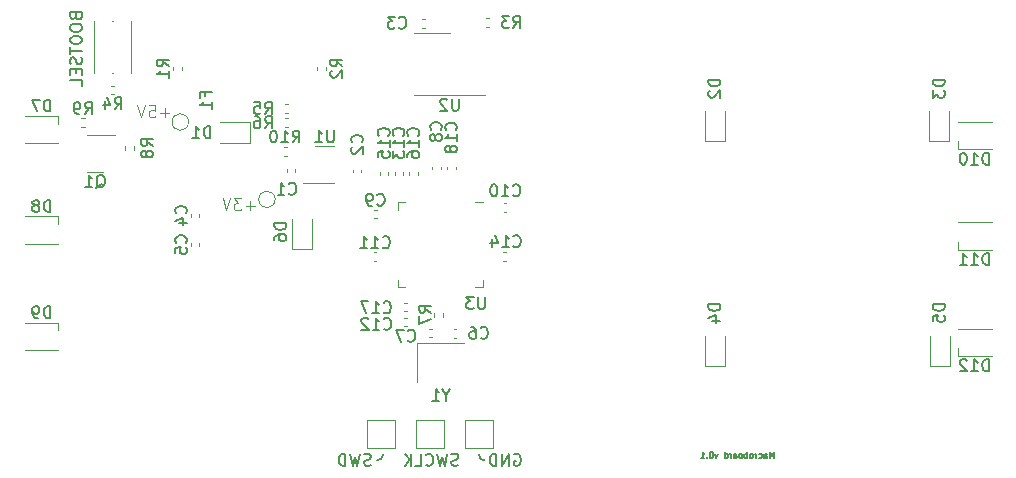
<source format=gbr>
%TF.GenerationSoftware,KiCad,Pcbnew,(6.0.1-0)*%
%TF.CreationDate,2022-12-29T15:08:46-03:00*%
%TF.ProjectId,macro,6d616372-6f2e-46b6-9963-61645f706362,rev?*%
%TF.SameCoordinates,Original*%
%TF.FileFunction,Legend,Bot*%
%TF.FilePolarity,Positive*%
%FSLAX46Y46*%
G04 Gerber Fmt 4.6, Leading zero omitted, Abs format (unit mm)*
G04 Created by KiCad (PCBNEW (6.0.1-0)) date 2022-12-29 15:08:46*
%MOMM*%
%LPD*%
G01*
G04 APERTURE LIST*
%ADD10C,0.100000*%
%ADD11C,0.150000*%
%ADD12C,0.127000*%
%ADD13C,0.120000*%
G04 APERTURE END LIST*
D10*
X128025714Y-95441428D02*
X127263809Y-95441428D01*
X127644761Y-95822380D02*
X127644761Y-95060476D01*
X126882857Y-94822380D02*
X126263809Y-94822380D01*
X126597142Y-95203333D01*
X126454285Y-95203333D01*
X126359047Y-95250952D01*
X126311428Y-95298571D01*
X126263809Y-95393809D01*
X126263809Y-95631904D01*
X126311428Y-95727142D01*
X126359047Y-95774761D01*
X126454285Y-95822380D01*
X126740000Y-95822380D01*
X126835238Y-95774761D01*
X126882857Y-95727142D01*
X125978095Y-94822380D02*
X125644761Y-95822380D01*
X125311428Y-94822380D01*
X120815714Y-87571428D02*
X120053809Y-87571428D01*
X120434761Y-87952380D02*
X120434761Y-87190476D01*
X119101428Y-86952380D02*
X119577619Y-86952380D01*
X119625238Y-87428571D01*
X119577619Y-87380952D01*
X119482380Y-87333333D01*
X119244285Y-87333333D01*
X119149047Y-87380952D01*
X119101428Y-87428571D01*
X119053809Y-87523809D01*
X119053809Y-87761904D01*
X119101428Y-87857142D01*
X119149047Y-87904761D01*
X119244285Y-87952380D01*
X119482380Y-87952380D01*
X119577619Y-87904761D01*
X119625238Y-87857142D01*
X118768095Y-86952380D02*
X118434761Y-87952380D01*
X118101428Y-86952380D01*
D11*
X147000000Y-116500000D02*
G75*
G03*
X147500000Y-117000000I500001J1D01*
G01*
X138396447Y-117000000D02*
G75*
G03*
X138896447Y-116500000I-1J500001D01*
G01*
X112868571Y-79409523D02*
X112916190Y-79552380D01*
X112963809Y-79600000D01*
X113059047Y-79647619D01*
X113201904Y-79647619D01*
X113297142Y-79600000D01*
X113344761Y-79552380D01*
X113392380Y-79457142D01*
X113392380Y-79076190D01*
X112392380Y-79076190D01*
X112392380Y-79409523D01*
X112440000Y-79504761D01*
X112487619Y-79552380D01*
X112582857Y-79600000D01*
X112678095Y-79600000D01*
X112773333Y-79552380D01*
X112820952Y-79504761D01*
X112868571Y-79409523D01*
X112868571Y-79076190D01*
X112392380Y-80266666D02*
X112392380Y-80457142D01*
X112440000Y-80552380D01*
X112535238Y-80647619D01*
X112725714Y-80695238D01*
X113059047Y-80695238D01*
X113249523Y-80647619D01*
X113344761Y-80552380D01*
X113392380Y-80457142D01*
X113392380Y-80266666D01*
X113344761Y-80171428D01*
X113249523Y-80076190D01*
X113059047Y-80028571D01*
X112725714Y-80028571D01*
X112535238Y-80076190D01*
X112440000Y-80171428D01*
X112392380Y-80266666D01*
X112392380Y-81314285D02*
X112392380Y-81504761D01*
X112440000Y-81600000D01*
X112535238Y-81695238D01*
X112725714Y-81742857D01*
X113059047Y-81742857D01*
X113249523Y-81695238D01*
X113344761Y-81600000D01*
X113392380Y-81504761D01*
X113392380Y-81314285D01*
X113344761Y-81219047D01*
X113249523Y-81123809D01*
X113059047Y-81076190D01*
X112725714Y-81076190D01*
X112535238Y-81123809D01*
X112440000Y-81219047D01*
X112392380Y-81314285D01*
X112392380Y-82028571D02*
X112392380Y-82600000D01*
X113392380Y-82314285D02*
X112392380Y-82314285D01*
X113344761Y-82885714D02*
X113392380Y-83028571D01*
X113392380Y-83266666D01*
X113344761Y-83361904D01*
X113297142Y-83409523D01*
X113201904Y-83457142D01*
X113106666Y-83457142D01*
X113011428Y-83409523D01*
X112963809Y-83361904D01*
X112916190Y-83266666D01*
X112868571Y-83076190D01*
X112820952Y-82980952D01*
X112773333Y-82933333D01*
X112678095Y-82885714D01*
X112582857Y-82885714D01*
X112487619Y-82933333D01*
X112440000Y-82980952D01*
X112392380Y-83076190D01*
X112392380Y-83314285D01*
X112440000Y-83457142D01*
X112868571Y-83885714D02*
X112868571Y-84219047D01*
X113392380Y-84361904D02*
X113392380Y-83885714D01*
X112392380Y-83885714D01*
X112392380Y-84361904D01*
X113392380Y-85266666D02*
X113392380Y-84790476D01*
X112392380Y-84790476D01*
X150011904Y-116500000D02*
X150107142Y-116452380D01*
X150250000Y-116452380D01*
X150392857Y-116500000D01*
X150488095Y-116595238D01*
X150535714Y-116690476D01*
X150583333Y-116880952D01*
X150583333Y-117023809D01*
X150535714Y-117214285D01*
X150488095Y-117309523D01*
X150392857Y-117404761D01*
X150250000Y-117452380D01*
X150154761Y-117452380D01*
X150011904Y-117404761D01*
X149964285Y-117357142D01*
X149964285Y-117023809D01*
X150154761Y-117023809D01*
X149535714Y-117452380D02*
X149535714Y-116452380D01*
X148964285Y-117452380D01*
X148964285Y-116452380D01*
X148488095Y-117452380D02*
X148488095Y-116452380D01*
X148250000Y-116452380D01*
X148107142Y-116500000D01*
X148011904Y-116595238D01*
X147964285Y-116690476D01*
X147916666Y-116880952D01*
X147916666Y-117023809D01*
X147964285Y-117214285D01*
X148011904Y-117309523D01*
X148107142Y-117404761D01*
X148250000Y-117452380D01*
X148488095Y-117452380D01*
X145261904Y-117404761D02*
X145119047Y-117452380D01*
X144880952Y-117452380D01*
X144785714Y-117404761D01*
X144738095Y-117357142D01*
X144690476Y-117261904D01*
X144690476Y-117166666D01*
X144738095Y-117071428D01*
X144785714Y-117023809D01*
X144880952Y-116976190D01*
X145071428Y-116928571D01*
X145166666Y-116880952D01*
X145214285Y-116833333D01*
X145261904Y-116738095D01*
X145261904Y-116642857D01*
X145214285Y-116547619D01*
X145166666Y-116500000D01*
X145071428Y-116452380D01*
X144833333Y-116452380D01*
X144690476Y-116500000D01*
X144357142Y-116452380D02*
X144119047Y-117452380D01*
X143928571Y-116738095D01*
X143738095Y-117452380D01*
X143500000Y-116452380D01*
X142547619Y-117357142D02*
X142595238Y-117404761D01*
X142738095Y-117452380D01*
X142833333Y-117452380D01*
X142976190Y-117404761D01*
X143071428Y-117309523D01*
X143119047Y-117214285D01*
X143166666Y-117023809D01*
X143166666Y-116880952D01*
X143119047Y-116690476D01*
X143071428Y-116595238D01*
X142976190Y-116500000D01*
X142833333Y-116452380D01*
X142738095Y-116452380D01*
X142595238Y-116500000D01*
X142547619Y-116547619D01*
X141642857Y-117452380D02*
X142119047Y-117452380D01*
X142119047Y-116452380D01*
X141309523Y-117452380D02*
X141309523Y-116452380D01*
X140738095Y-117452380D02*
X141166666Y-116880952D01*
X140738095Y-116452380D02*
X141309523Y-117023809D01*
D12*
X171988472Y-116789841D02*
X171988472Y-116281841D01*
X171819139Y-116644698D01*
X171649805Y-116281841D01*
X171649805Y-116789841D01*
X171190186Y-116789841D02*
X171190186Y-116523746D01*
X171214377Y-116475365D01*
X171262758Y-116451174D01*
X171359520Y-116451174D01*
X171407901Y-116475365D01*
X171190186Y-116765651D02*
X171238567Y-116789841D01*
X171359520Y-116789841D01*
X171407901Y-116765651D01*
X171432091Y-116717270D01*
X171432091Y-116668889D01*
X171407901Y-116620508D01*
X171359520Y-116596317D01*
X171238567Y-116596317D01*
X171190186Y-116572127D01*
X170730567Y-116765651D02*
X170778948Y-116789841D01*
X170875710Y-116789841D01*
X170924091Y-116765651D01*
X170948282Y-116741460D01*
X170972472Y-116693079D01*
X170972472Y-116547936D01*
X170948282Y-116499555D01*
X170924091Y-116475365D01*
X170875710Y-116451174D01*
X170778948Y-116451174D01*
X170730567Y-116475365D01*
X170512853Y-116789841D02*
X170512853Y-116451174D01*
X170512853Y-116547936D02*
X170488662Y-116499555D01*
X170464472Y-116475365D01*
X170416091Y-116451174D01*
X170367710Y-116451174D01*
X170125805Y-116789841D02*
X170174186Y-116765651D01*
X170198377Y-116741460D01*
X170222567Y-116693079D01*
X170222567Y-116547936D01*
X170198377Y-116499555D01*
X170174186Y-116475365D01*
X170125805Y-116451174D01*
X170053234Y-116451174D01*
X170004853Y-116475365D01*
X169980662Y-116499555D01*
X169956472Y-116547936D01*
X169956472Y-116693079D01*
X169980662Y-116741460D01*
X170004853Y-116765651D01*
X170053234Y-116789841D01*
X170125805Y-116789841D01*
X169738758Y-116789841D02*
X169738758Y-116281841D01*
X169738758Y-116475365D02*
X169690377Y-116451174D01*
X169593615Y-116451174D01*
X169545234Y-116475365D01*
X169521043Y-116499555D01*
X169496853Y-116547936D01*
X169496853Y-116693079D01*
X169521043Y-116741460D01*
X169545234Y-116765651D01*
X169593615Y-116789841D01*
X169690377Y-116789841D01*
X169738758Y-116765651D01*
X169206567Y-116789841D02*
X169254948Y-116765651D01*
X169279139Y-116741460D01*
X169303329Y-116693079D01*
X169303329Y-116547936D01*
X169279139Y-116499555D01*
X169254948Y-116475365D01*
X169206567Y-116451174D01*
X169133996Y-116451174D01*
X169085615Y-116475365D01*
X169061424Y-116499555D01*
X169037234Y-116547936D01*
X169037234Y-116693079D01*
X169061424Y-116741460D01*
X169085615Y-116765651D01*
X169133996Y-116789841D01*
X169206567Y-116789841D01*
X168601805Y-116789841D02*
X168601805Y-116523746D01*
X168625996Y-116475365D01*
X168674377Y-116451174D01*
X168771139Y-116451174D01*
X168819520Y-116475365D01*
X168601805Y-116765651D02*
X168650186Y-116789841D01*
X168771139Y-116789841D01*
X168819520Y-116765651D01*
X168843710Y-116717270D01*
X168843710Y-116668889D01*
X168819520Y-116620508D01*
X168771139Y-116596317D01*
X168650186Y-116596317D01*
X168601805Y-116572127D01*
X168359901Y-116789841D02*
X168359901Y-116451174D01*
X168359901Y-116547936D02*
X168335710Y-116499555D01*
X168311520Y-116475365D01*
X168263139Y-116451174D01*
X168214758Y-116451174D01*
X167827710Y-116789841D02*
X167827710Y-116281841D01*
X167827710Y-116765651D02*
X167876091Y-116789841D01*
X167972853Y-116789841D01*
X168021234Y-116765651D01*
X168045424Y-116741460D01*
X168069615Y-116693079D01*
X168069615Y-116547936D01*
X168045424Y-116499555D01*
X168021234Y-116475365D01*
X167972853Y-116451174D01*
X167876091Y-116451174D01*
X167827710Y-116475365D01*
X167247139Y-116451174D02*
X167126186Y-116789841D01*
X167005234Y-116451174D01*
X166714948Y-116281841D02*
X166666567Y-116281841D01*
X166618186Y-116306032D01*
X166593996Y-116330222D01*
X166569805Y-116378603D01*
X166545615Y-116475365D01*
X166545615Y-116596317D01*
X166569805Y-116693079D01*
X166593996Y-116741460D01*
X166618186Y-116765651D01*
X166666567Y-116789841D01*
X166714948Y-116789841D01*
X166763329Y-116765651D01*
X166787520Y-116741460D01*
X166811710Y-116693079D01*
X166835901Y-116596317D01*
X166835901Y-116475365D01*
X166811710Y-116378603D01*
X166787520Y-116330222D01*
X166763329Y-116306032D01*
X166714948Y-116281841D01*
X166327901Y-116741460D02*
X166303710Y-116765651D01*
X166327901Y-116789841D01*
X166352091Y-116765651D01*
X166327901Y-116741460D01*
X166327901Y-116789841D01*
X165819901Y-116789841D02*
X166110186Y-116789841D01*
X165965043Y-116789841D02*
X165965043Y-116281841D01*
X166013424Y-116354412D01*
X166061805Y-116402793D01*
X166110186Y-116426984D01*
D11*
X137857142Y-117404761D02*
X137714285Y-117452380D01*
X137476190Y-117452380D01*
X137380952Y-117404761D01*
X137333333Y-117357142D01*
X137285714Y-117261904D01*
X137285714Y-117166666D01*
X137333333Y-117071428D01*
X137380952Y-117023809D01*
X137476190Y-116976190D01*
X137666666Y-116928571D01*
X137761904Y-116880952D01*
X137809523Y-116833333D01*
X137857142Y-116738095D01*
X137857142Y-116642857D01*
X137809523Y-116547619D01*
X137761904Y-116500000D01*
X137666666Y-116452380D01*
X137428571Y-116452380D01*
X137285714Y-116500000D01*
X136952380Y-116452380D02*
X136714285Y-117452380D01*
X136523809Y-116738095D01*
X136333333Y-117452380D01*
X136095238Y-116452380D01*
X135714285Y-117452380D02*
X135714285Y-116452380D01*
X135476190Y-116452380D01*
X135333333Y-116500000D01*
X135238095Y-116595238D01*
X135190476Y-116690476D01*
X135142857Y-116880952D01*
X135142857Y-117023809D01*
X135190476Y-117214285D01*
X135238095Y-117309523D01*
X135333333Y-117404761D01*
X135476190Y-117452380D01*
X135714285Y-117452380D01*
%TO.C,R9*%
X113666666Y-87672380D02*
X114000000Y-87196190D01*
X114238095Y-87672380D02*
X114238095Y-86672380D01*
X113857142Y-86672380D01*
X113761904Y-86720000D01*
X113714285Y-86767619D01*
X113666666Y-86862857D01*
X113666666Y-87005714D01*
X113714285Y-87100952D01*
X113761904Y-87148571D01*
X113857142Y-87196190D01*
X114238095Y-87196190D01*
X113190476Y-87672380D02*
X113000000Y-87672380D01*
X112904761Y-87624761D01*
X112857142Y-87577142D01*
X112761904Y-87434285D01*
X112714285Y-87243809D01*
X112714285Y-86862857D01*
X112761904Y-86767619D01*
X112809523Y-86720000D01*
X112904761Y-86672380D01*
X113095238Y-86672380D01*
X113190476Y-86720000D01*
X113238095Y-86767619D01*
X113285714Y-86862857D01*
X113285714Y-87100952D01*
X113238095Y-87196190D01*
X113190476Y-87243809D01*
X113095238Y-87291428D01*
X112904761Y-87291428D01*
X112809523Y-87243809D01*
X112761904Y-87196190D01*
X112714285Y-87100952D01*
%TO.C,D9*%
X110738095Y-104952380D02*
X110738095Y-103952380D01*
X110500000Y-103952380D01*
X110357142Y-104000000D01*
X110261904Y-104095238D01*
X110214285Y-104190476D01*
X110166666Y-104380952D01*
X110166666Y-104523809D01*
X110214285Y-104714285D01*
X110261904Y-104809523D01*
X110357142Y-104904761D01*
X110500000Y-104952380D01*
X110738095Y-104952380D01*
X109690476Y-104952380D02*
X109500000Y-104952380D01*
X109404761Y-104904761D01*
X109357142Y-104857142D01*
X109261904Y-104714285D01*
X109214285Y-104523809D01*
X109214285Y-104142857D01*
X109261904Y-104047619D01*
X109309523Y-104000000D01*
X109404761Y-103952380D01*
X109595238Y-103952380D01*
X109690476Y-104000000D01*
X109738095Y-104047619D01*
X109785714Y-104142857D01*
X109785714Y-104380952D01*
X109738095Y-104476190D01*
X109690476Y-104523809D01*
X109595238Y-104571428D01*
X109404761Y-104571428D01*
X109309523Y-104523809D01*
X109261904Y-104476190D01*
X109214285Y-104380952D01*
%TO.C,R6*%
X128906666Y-88872380D02*
X129240000Y-88396190D01*
X129478095Y-88872380D02*
X129478095Y-87872380D01*
X129097142Y-87872380D01*
X129001904Y-87920000D01*
X128954285Y-87967619D01*
X128906666Y-88062857D01*
X128906666Y-88205714D01*
X128954285Y-88300952D01*
X129001904Y-88348571D01*
X129097142Y-88396190D01*
X129478095Y-88396190D01*
X128049523Y-87872380D02*
X128240000Y-87872380D01*
X128335238Y-87920000D01*
X128382857Y-87967619D01*
X128478095Y-88110476D01*
X128525714Y-88300952D01*
X128525714Y-88681904D01*
X128478095Y-88777142D01*
X128430476Y-88824761D01*
X128335238Y-88872380D01*
X128144761Y-88872380D01*
X128049523Y-88824761D01*
X128001904Y-88777142D01*
X127954285Y-88681904D01*
X127954285Y-88443809D01*
X128001904Y-88348571D01*
X128049523Y-88300952D01*
X128144761Y-88253333D01*
X128335238Y-88253333D01*
X128430476Y-88300952D01*
X128478095Y-88348571D01*
X128525714Y-88443809D01*
%TO.C,Y1*%
X144256190Y-111456190D02*
X144256190Y-111932380D01*
X144589523Y-110932380D02*
X144256190Y-111456190D01*
X143922857Y-110932380D01*
X143065714Y-111932380D02*
X143637142Y-111932380D01*
X143351428Y-111932380D02*
X143351428Y-110932380D01*
X143446666Y-111075238D01*
X143541904Y-111170476D01*
X143637142Y-111218095D01*
%TO.C,R5*%
X128886666Y-87652380D02*
X129220000Y-87176190D01*
X129458095Y-87652380D02*
X129458095Y-86652380D01*
X129077142Y-86652380D01*
X128981904Y-86700000D01*
X128934285Y-86747619D01*
X128886666Y-86842857D01*
X128886666Y-86985714D01*
X128934285Y-87080952D01*
X128981904Y-87128571D01*
X129077142Y-87176190D01*
X129458095Y-87176190D01*
X127981904Y-86652380D02*
X128458095Y-86652380D01*
X128505714Y-87128571D01*
X128458095Y-87080952D01*
X128362857Y-87033333D01*
X128124761Y-87033333D01*
X128029523Y-87080952D01*
X127981904Y-87128571D01*
X127934285Y-87223809D01*
X127934285Y-87461904D01*
X127981904Y-87557142D01*
X128029523Y-87604761D01*
X128124761Y-87652380D01*
X128362857Y-87652380D01*
X128458095Y-87604761D01*
X128505714Y-87557142D01*
%TO.C,D6*%
X130702380Y-96891904D02*
X129702380Y-96891904D01*
X129702380Y-97130000D01*
X129750000Y-97272857D01*
X129845238Y-97368095D01*
X129940476Y-97415714D01*
X130130952Y-97463333D01*
X130273809Y-97463333D01*
X130464285Y-97415714D01*
X130559523Y-97368095D01*
X130654761Y-97272857D01*
X130702380Y-97130000D01*
X130702380Y-96891904D01*
X129702380Y-98320476D02*
X129702380Y-98130000D01*
X129750000Y-98034761D01*
X129797619Y-97987142D01*
X129940476Y-97891904D01*
X130130952Y-97844285D01*
X130511904Y-97844285D01*
X130607142Y-97891904D01*
X130654761Y-97939523D01*
X130702380Y-98034761D01*
X130702380Y-98225238D01*
X130654761Y-98320476D01*
X130607142Y-98368095D01*
X130511904Y-98415714D01*
X130273809Y-98415714D01*
X130178571Y-98368095D01*
X130130952Y-98320476D01*
X130083333Y-98225238D01*
X130083333Y-98034761D01*
X130130952Y-97939523D01*
X130178571Y-97891904D01*
X130273809Y-97844285D01*
%TO.C,D3*%
X186452380Y-84761904D02*
X185452380Y-84761904D01*
X185452380Y-85000000D01*
X185500000Y-85142857D01*
X185595238Y-85238095D01*
X185690476Y-85285714D01*
X185880952Y-85333333D01*
X186023809Y-85333333D01*
X186214285Y-85285714D01*
X186309523Y-85238095D01*
X186404761Y-85142857D01*
X186452380Y-85000000D01*
X186452380Y-84761904D01*
X185452380Y-85666666D02*
X185452380Y-86285714D01*
X185833333Y-85952380D01*
X185833333Y-86095238D01*
X185880952Y-86190476D01*
X185928571Y-86238095D01*
X186023809Y-86285714D01*
X186261904Y-86285714D01*
X186357142Y-86238095D01*
X186404761Y-86190476D01*
X186452380Y-86095238D01*
X186452380Y-85809523D01*
X186404761Y-85714285D01*
X186357142Y-85666666D01*
%TO.C,D11*%
X190214285Y-100452380D02*
X190214285Y-99452380D01*
X189976190Y-99452380D01*
X189833333Y-99500000D01*
X189738095Y-99595238D01*
X189690476Y-99690476D01*
X189642857Y-99880952D01*
X189642857Y-100023809D01*
X189690476Y-100214285D01*
X189738095Y-100309523D01*
X189833333Y-100404761D01*
X189976190Y-100452380D01*
X190214285Y-100452380D01*
X188690476Y-100452380D02*
X189261904Y-100452380D01*
X188976190Y-100452380D02*
X188976190Y-99452380D01*
X189071428Y-99595238D01*
X189166666Y-99690476D01*
X189261904Y-99738095D01*
X187738095Y-100452380D02*
X188309523Y-100452380D01*
X188023809Y-100452380D02*
X188023809Y-99452380D01*
X188119047Y-99595238D01*
X188214285Y-99690476D01*
X188309523Y-99738095D01*
%TO.C,C9*%
X138406666Y-95327142D02*
X138454285Y-95374761D01*
X138597142Y-95422380D01*
X138692380Y-95422380D01*
X138835238Y-95374761D01*
X138930476Y-95279523D01*
X138978095Y-95184285D01*
X139025714Y-94993809D01*
X139025714Y-94850952D01*
X138978095Y-94660476D01*
X138930476Y-94565238D01*
X138835238Y-94470000D01*
X138692380Y-94422380D01*
X138597142Y-94422380D01*
X138454285Y-94470000D01*
X138406666Y-94517619D01*
X137930476Y-95422380D02*
X137740000Y-95422380D01*
X137644761Y-95374761D01*
X137597142Y-95327142D01*
X137501904Y-95184285D01*
X137454285Y-94993809D01*
X137454285Y-94612857D01*
X137501904Y-94517619D01*
X137549523Y-94470000D01*
X137644761Y-94422380D01*
X137835238Y-94422380D01*
X137930476Y-94470000D01*
X137978095Y-94517619D01*
X138025714Y-94612857D01*
X138025714Y-94850952D01*
X137978095Y-94946190D01*
X137930476Y-94993809D01*
X137835238Y-95041428D01*
X137644761Y-95041428D01*
X137549523Y-94993809D01*
X137501904Y-94946190D01*
X137454285Y-94850952D01*
%TO.C,D12*%
X190214285Y-109452380D02*
X190214285Y-108452380D01*
X189976190Y-108452380D01*
X189833333Y-108500000D01*
X189738095Y-108595238D01*
X189690476Y-108690476D01*
X189642857Y-108880952D01*
X189642857Y-109023809D01*
X189690476Y-109214285D01*
X189738095Y-109309523D01*
X189833333Y-109404761D01*
X189976190Y-109452380D01*
X190214285Y-109452380D01*
X188690476Y-109452380D02*
X189261904Y-109452380D01*
X188976190Y-109452380D02*
X188976190Y-108452380D01*
X189071428Y-108595238D01*
X189166666Y-108690476D01*
X189261904Y-108738095D01*
X188309523Y-108547619D02*
X188261904Y-108500000D01*
X188166666Y-108452380D01*
X187928571Y-108452380D01*
X187833333Y-108500000D01*
X187785714Y-108547619D01*
X187738095Y-108642857D01*
X187738095Y-108738095D01*
X187785714Y-108880952D01*
X188357142Y-109452380D01*
X187738095Y-109452380D01*
%TO.C,C3*%
X140241666Y-80347142D02*
X140289285Y-80394761D01*
X140432142Y-80442380D01*
X140527380Y-80442380D01*
X140670238Y-80394761D01*
X140765476Y-80299523D01*
X140813095Y-80204285D01*
X140860714Y-80013809D01*
X140860714Y-79870952D01*
X140813095Y-79680476D01*
X140765476Y-79585238D01*
X140670238Y-79490000D01*
X140527380Y-79442380D01*
X140432142Y-79442380D01*
X140289285Y-79490000D01*
X140241666Y-79537619D01*
X139908333Y-79442380D02*
X139289285Y-79442380D01*
X139622619Y-79823333D01*
X139479761Y-79823333D01*
X139384523Y-79870952D01*
X139336904Y-79918571D01*
X139289285Y-80013809D01*
X139289285Y-80251904D01*
X139336904Y-80347142D01*
X139384523Y-80394761D01*
X139479761Y-80442380D01*
X139765476Y-80442380D01*
X139860714Y-80394761D01*
X139908333Y-80347142D01*
%TO.C,D7*%
X110738095Y-87452380D02*
X110738095Y-86452380D01*
X110500000Y-86452380D01*
X110357142Y-86500000D01*
X110261904Y-86595238D01*
X110214285Y-86690476D01*
X110166666Y-86880952D01*
X110166666Y-87023809D01*
X110214285Y-87214285D01*
X110261904Y-87309523D01*
X110357142Y-87404761D01*
X110500000Y-87452380D01*
X110738095Y-87452380D01*
X109833333Y-86452380D02*
X109166666Y-86452380D01*
X109595238Y-87452380D01*
%TO.C,D8*%
X110738095Y-95952380D02*
X110738095Y-94952380D01*
X110500000Y-94952380D01*
X110357142Y-95000000D01*
X110261904Y-95095238D01*
X110214285Y-95190476D01*
X110166666Y-95380952D01*
X110166666Y-95523809D01*
X110214285Y-95714285D01*
X110261904Y-95809523D01*
X110357142Y-95904761D01*
X110500000Y-95952380D01*
X110738095Y-95952380D01*
X109595238Y-95380952D02*
X109690476Y-95333333D01*
X109738095Y-95285714D01*
X109785714Y-95190476D01*
X109785714Y-95142857D01*
X109738095Y-95047619D01*
X109690476Y-95000000D01*
X109595238Y-94952380D01*
X109404761Y-94952380D01*
X109309523Y-95000000D01*
X109261904Y-95047619D01*
X109214285Y-95142857D01*
X109214285Y-95190476D01*
X109261904Y-95285714D01*
X109309523Y-95333333D01*
X109404761Y-95380952D01*
X109595238Y-95380952D01*
X109690476Y-95428571D01*
X109738095Y-95476190D01*
X109785714Y-95571428D01*
X109785714Y-95761904D01*
X109738095Y-95857142D01*
X109690476Y-95904761D01*
X109595238Y-95952380D01*
X109404761Y-95952380D01*
X109309523Y-95904761D01*
X109261904Y-95857142D01*
X109214285Y-95761904D01*
X109214285Y-95571428D01*
X109261904Y-95476190D01*
X109309523Y-95428571D01*
X109404761Y-95380952D01*
%TO.C,D5*%
X186452380Y-103761904D02*
X185452380Y-103761904D01*
X185452380Y-104000000D01*
X185500000Y-104142857D01*
X185595238Y-104238095D01*
X185690476Y-104285714D01*
X185880952Y-104333333D01*
X186023809Y-104333333D01*
X186214285Y-104285714D01*
X186309523Y-104238095D01*
X186404761Y-104142857D01*
X186452380Y-104000000D01*
X186452380Y-103761904D01*
X185452380Y-105238095D02*
X185452380Y-104761904D01*
X185928571Y-104714285D01*
X185880952Y-104761904D01*
X185833333Y-104857142D01*
X185833333Y-105095238D01*
X185880952Y-105190476D01*
X185928571Y-105238095D01*
X186023809Y-105285714D01*
X186261904Y-105285714D01*
X186357142Y-105238095D01*
X186404761Y-105190476D01*
X186452380Y-105095238D01*
X186452380Y-104857142D01*
X186404761Y-104761904D01*
X186357142Y-104714285D01*
%TO.C,R2*%
X135452380Y-83638333D02*
X134976190Y-83305000D01*
X135452380Y-83066904D02*
X134452380Y-83066904D01*
X134452380Y-83447857D01*
X134500000Y-83543095D01*
X134547619Y-83590714D01*
X134642857Y-83638333D01*
X134785714Y-83638333D01*
X134880952Y-83590714D01*
X134928571Y-83543095D01*
X134976190Y-83447857D01*
X134976190Y-83066904D01*
X134547619Y-84019285D02*
X134500000Y-84066904D01*
X134452380Y-84162142D01*
X134452380Y-84400238D01*
X134500000Y-84495476D01*
X134547619Y-84543095D01*
X134642857Y-84590714D01*
X134738095Y-84590714D01*
X134880952Y-84543095D01*
X135452380Y-83971666D01*
X135452380Y-84590714D01*
%TO.C,F1*%
X123858571Y-86181666D02*
X123858571Y-85848333D01*
X124382380Y-85848333D02*
X123382380Y-85848333D01*
X123382380Y-86324523D01*
X124382380Y-87229285D02*
X124382380Y-86657857D01*
X124382380Y-86943571D02*
X123382380Y-86943571D01*
X123525238Y-86848333D01*
X123620476Y-86753095D01*
X123668095Y-86657857D01*
%TO.C,U2*%
X145306904Y-86387380D02*
X145306904Y-87196904D01*
X145259285Y-87292142D01*
X145211666Y-87339761D01*
X145116428Y-87387380D01*
X144925952Y-87387380D01*
X144830714Y-87339761D01*
X144783095Y-87292142D01*
X144735476Y-87196904D01*
X144735476Y-86387380D01*
X144306904Y-86482619D02*
X144259285Y-86435000D01*
X144164047Y-86387380D01*
X143925952Y-86387380D01*
X143830714Y-86435000D01*
X143783095Y-86482619D01*
X143735476Y-86577857D01*
X143735476Y-86673095D01*
X143783095Y-86815952D01*
X144354523Y-87387380D01*
X143735476Y-87387380D01*
%TO.C,R8*%
X119412380Y-90383333D02*
X118936190Y-90050000D01*
X119412380Y-89811904D02*
X118412380Y-89811904D01*
X118412380Y-90192857D01*
X118460000Y-90288095D01*
X118507619Y-90335714D01*
X118602857Y-90383333D01*
X118745714Y-90383333D01*
X118840952Y-90335714D01*
X118888571Y-90288095D01*
X118936190Y-90192857D01*
X118936190Y-89811904D01*
X118840952Y-90954761D02*
X118793333Y-90859523D01*
X118745714Y-90811904D01*
X118650476Y-90764285D01*
X118602857Y-90764285D01*
X118507619Y-90811904D01*
X118460000Y-90859523D01*
X118412380Y-90954761D01*
X118412380Y-91145238D01*
X118460000Y-91240476D01*
X118507619Y-91288095D01*
X118602857Y-91335714D01*
X118650476Y-91335714D01*
X118745714Y-91288095D01*
X118793333Y-91240476D01*
X118840952Y-91145238D01*
X118840952Y-90954761D01*
X118888571Y-90859523D01*
X118936190Y-90811904D01*
X119031428Y-90764285D01*
X119221904Y-90764285D01*
X119317142Y-90811904D01*
X119364761Y-90859523D01*
X119412380Y-90954761D01*
X119412380Y-91145238D01*
X119364761Y-91240476D01*
X119317142Y-91288095D01*
X119221904Y-91335714D01*
X119031428Y-91335714D01*
X118936190Y-91288095D01*
X118888571Y-91240476D01*
X118840952Y-91145238D01*
%TO.C,C10*%
X149902857Y-94537142D02*
X149950476Y-94584761D01*
X150093333Y-94632380D01*
X150188571Y-94632380D01*
X150331428Y-94584761D01*
X150426666Y-94489523D01*
X150474285Y-94394285D01*
X150521904Y-94203809D01*
X150521904Y-94060952D01*
X150474285Y-93870476D01*
X150426666Y-93775238D01*
X150331428Y-93680000D01*
X150188571Y-93632380D01*
X150093333Y-93632380D01*
X149950476Y-93680000D01*
X149902857Y-93727619D01*
X148950476Y-94632380D02*
X149521904Y-94632380D01*
X149236190Y-94632380D02*
X149236190Y-93632380D01*
X149331428Y-93775238D01*
X149426666Y-93870476D01*
X149521904Y-93918095D01*
X148331428Y-93632380D02*
X148236190Y-93632380D01*
X148140952Y-93680000D01*
X148093333Y-93727619D01*
X148045714Y-93822857D01*
X147998095Y-94013333D01*
X147998095Y-94251428D01*
X148045714Y-94441904D01*
X148093333Y-94537142D01*
X148140952Y-94584761D01*
X148236190Y-94632380D01*
X148331428Y-94632380D01*
X148426666Y-94584761D01*
X148474285Y-94537142D01*
X148521904Y-94441904D01*
X148569523Y-94251428D01*
X148569523Y-94013333D01*
X148521904Y-93822857D01*
X148474285Y-93727619D01*
X148426666Y-93680000D01*
X148331428Y-93632380D01*
%TO.C,C6*%
X147166666Y-106597142D02*
X147214285Y-106644761D01*
X147357142Y-106692380D01*
X147452380Y-106692380D01*
X147595238Y-106644761D01*
X147690476Y-106549523D01*
X147738095Y-106454285D01*
X147785714Y-106263809D01*
X147785714Y-106120952D01*
X147738095Y-105930476D01*
X147690476Y-105835238D01*
X147595238Y-105740000D01*
X147452380Y-105692380D01*
X147357142Y-105692380D01*
X147214285Y-105740000D01*
X147166666Y-105787619D01*
X146309523Y-105692380D02*
X146500000Y-105692380D01*
X146595238Y-105740000D01*
X146642857Y-105787619D01*
X146738095Y-105930476D01*
X146785714Y-106120952D01*
X146785714Y-106501904D01*
X146738095Y-106597142D01*
X146690476Y-106644761D01*
X146595238Y-106692380D01*
X146404761Y-106692380D01*
X146309523Y-106644761D01*
X146261904Y-106597142D01*
X146214285Y-106501904D01*
X146214285Y-106263809D01*
X146261904Y-106168571D01*
X146309523Y-106120952D01*
X146404761Y-106073333D01*
X146595238Y-106073333D01*
X146690476Y-106120952D01*
X146738095Y-106168571D01*
X146785714Y-106263809D01*
%TO.C,C2*%
X137109357Y-90078618D02*
X137156976Y-90030999D01*
X137204595Y-89888142D01*
X137204595Y-89792904D01*
X137156976Y-89650046D01*
X137061738Y-89554808D01*
X136966500Y-89507189D01*
X136776024Y-89459570D01*
X136633167Y-89459570D01*
X136442691Y-89507189D01*
X136347453Y-89554808D01*
X136252215Y-89650046D01*
X136204595Y-89792904D01*
X136204595Y-89888142D01*
X136252215Y-90030999D01*
X136299834Y-90078618D01*
X136299834Y-90459570D02*
X136252215Y-90507189D01*
X136204595Y-90602427D01*
X136204595Y-90840523D01*
X136252215Y-90935761D01*
X136299834Y-90983380D01*
X136395072Y-91030999D01*
X136490310Y-91030999D01*
X136633167Y-90983380D01*
X137204595Y-90411951D01*
X137204595Y-91030999D01*
%TO.C,C4*%
X122197142Y-96083333D02*
X122244761Y-96035714D01*
X122292380Y-95892857D01*
X122292380Y-95797619D01*
X122244761Y-95654761D01*
X122149523Y-95559523D01*
X122054285Y-95511904D01*
X121863809Y-95464285D01*
X121720952Y-95464285D01*
X121530476Y-95511904D01*
X121435238Y-95559523D01*
X121340000Y-95654761D01*
X121292380Y-95797619D01*
X121292380Y-95892857D01*
X121340000Y-96035714D01*
X121387619Y-96083333D01*
X121625714Y-96940476D02*
X122292380Y-96940476D01*
X121244761Y-96702380D02*
X121959047Y-96464285D01*
X121959047Y-97083333D01*
%TO.C,U1*%
X134744119Y-89067665D02*
X134744119Y-89877189D01*
X134696500Y-89972427D01*
X134648881Y-90020046D01*
X134553643Y-90067665D01*
X134363167Y-90067665D01*
X134267929Y-90020046D01*
X134220310Y-89972427D01*
X134172691Y-89877189D01*
X134172691Y-89067665D01*
X133172691Y-90067665D02*
X133744119Y-90067665D01*
X133458405Y-90067665D02*
X133458405Y-89067665D01*
X133553643Y-89210523D01*
X133648881Y-89305761D01*
X133744119Y-89353380D01*
%TO.C,C13*%
X140607142Y-89497142D02*
X140654761Y-89449523D01*
X140702380Y-89306666D01*
X140702380Y-89211428D01*
X140654761Y-89068571D01*
X140559523Y-88973333D01*
X140464285Y-88925714D01*
X140273809Y-88878095D01*
X140130952Y-88878095D01*
X139940476Y-88925714D01*
X139845238Y-88973333D01*
X139750000Y-89068571D01*
X139702380Y-89211428D01*
X139702380Y-89306666D01*
X139750000Y-89449523D01*
X139797619Y-89497142D01*
X140702380Y-90449523D02*
X140702380Y-89878095D01*
X140702380Y-90163809D02*
X139702380Y-90163809D01*
X139845238Y-90068571D01*
X139940476Y-89973333D01*
X139988095Y-89878095D01*
X139702380Y-90782857D02*
X139702380Y-91401904D01*
X140083333Y-91068571D01*
X140083333Y-91211428D01*
X140130952Y-91306666D01*
X140178571Y-91354285D01*
X140273809Y-91401904D01*
X140511904Y-91401904D01*
X140607142Y-91354285D01*
X140654761Y-91306666D01*
X140702380Y-91211428D01*
X140702380Y-90925714D01*
X140654761Y-90830476D01*
X140607142Y-90782857D01*
%TO.C,D4*%
X167452380Y-103761904D02*
X166452380Y-103761904D01*
X166452380Y-104000000D01*
X166500000Y-104142857D01*
X166595238Y-104238095D01*
X166690476Y-104285714D01*
X166880952Y-104333333D01*
X167023809Y-104333333D01*
X167214285Y-104285714D01*
X167309523Y-104238095D01*
X167404761Y-104142857D01*
X167452380Y-104000000D01*
X167452380Y-103761904D01*
X166785714Y-105190476D02*
X167452380Y-105190476D01*
X166404761Y-104952380D02*
X167119047Y-104714285D01*
X167119047Y-105333333D01*
%TO.C,R4*%
X116176666Y-87262380D02*
X116510000Y-86786190D01*
X116748095Y-87262380D02*
X116748095Y-86262380D01*
X116367142Y-86262380D01*
X116271904Y-86310000D01*
X116224285Y-86357619D01*
X116176666Y-86452857D01*
X116176666Y-86595714D01*
X116224285Y-86690952D01*
X116271904Y-86738571D01*
X116367142Y-86786190D01*
X116748095Y-86786190D01*
X115319523Y-86595714D02*
X115319523Y-87262380D01*
X115557619Y-86214761D02*
X115795714Y-86929047D01*
X115176666Y-86929047D01*
%TO.C,C14*%
X149940693Y-98847142D02*
X149988312Y-98894761D01*
X150131169Y-98942380D01*
X150226407Y-98942380D01*
X150369264Y-98894761D01*
X150464502Y-98799523D01*
X150512121Y-98704285D01*
X150559740Y-98513809D01*
X150559740Y-98370952D01*
X150512121Y-98180476D01*
X150464502Y-98085238D01*
X150369264Y-97990000D01*
X150226407Y-97942380D01*
X150131169Y-97942380D01*
X149988312Y-97990000D01*
X149940693Y-98037619D01*
X148988312Y-98942380D02*
X149559740Y-98942380D01*
X149274026Y-98942380D02*
X149274026Y-97942380D01*
X149369264Y-98085238D01*
X149464502Y-98180476D01*
X149559740Y-98228095D01*
X148131169Y-98275714D02*
X148131169Y-98942380D01*
X148369264Y-97894761D02*
X148607359Y-98609047D01*
X147988312Y-98609047D01*
%TO.C,D2*%
X167452380Y-84761904D02*
X166452380Y-84761904D01*
X166452380Y-85000000D01*
X166500000Y-85142857D01*
X166595238Y-85238095D01*
X166690476Y-85285714D01*
X166880952Y-85333333D01*
X167023809Y-85333333D01*
X167214285Y-85285714D01*
X167309523Y-85238095D01*
X167404761Y-85142857D01*
X167452380Y-85000000D01*
X167452380Y-84761904D01*
X166547619Y-85714285D02*
X166500000Y-85761904D01*
X166452380Y-85857142D01*
X166452380Y-86095238D01*
X166500000Y-86190476D01*
X166547619Y-86238095D01*
X166642857Y-86285714D01*
X166738095Y-86285714D01*
X166880952Y-86238095D01*
X167452380Y-85666666D01*
X167452380Y-86285714D01*
%TO.C,C12*%
X138972857Y-105837142D02*
X139020476Y-105884761D01*
X139163333Y-105932380D01*
X139258571Y-105932380D01*
X139401428Y-105884761D01*
X139496666Y-105789523D01*
X139544285Y-105694285D01*
X139591904Y-105503809D01*
X139591904Y-105360952D01*
X139544285Y-105170476D01*
X139496666Y-105075238D01*
X139401428Y-104980000D01*
X139258571Y-104932380D01*
X139163333Y-104932380D01*
X139020476Y-104980000D01*
X138972857Y-105027619D01*
X138020476Y-105932380D02*
X138591904Y-105932380D01*
X138306190Y-105932380D02*
X138306190Y-104932380D01*
X138401428Y-105075238D01*
X138496666Y-105170476D01*
X138591904Y-105218095D01*
X137639523Y-105027619D02*
X137591904Y-104980000D01*
X137496666Y-104932380D01*
X137258571Y-104932380D01*
X137163333Y-104980000D01*
X137115714Y-105027619D01*
X137068095Y-105122857D01*
X137068095Y-105218095D01*
X137115714Y-105360952D01*
X137687142Y-105932380D01*
X137068095Y-105932380D01*
%TO.C,C15*%
X139357142Y-89497142D02*
X139404761Y-89449523D01*
X139452380Y-89306666D01*
X139452380Y-89211428D01*
X139404761Y-89068571D01*
X139309523Y-88973333D01*
X139214285Y-88925714D01*
X139023809Y-88878095D01*
X138880952Y-88878095D01*
X138690476Y-88925714D01*
X138595238Y-88973333D01*
X138500000Y-89068571D01*
X138452380Y-89211428D01*
X138452380Y-89306666D01*
X138500000Y-89449523D01*
X138547619Y-89497142D01*
X139452380Y-90449523D02*
X139452380Y-89878095D01*
X139452380Y-90163809D02*
X138452380Y-90163809D01*
X138595238Y-90068571D01*
X138690476Y-89973333D01*
X138738095Y-89878095D01*
X138452380Y-91354285D02*
X138452380Y-90878095D01*
X138928571Y-90830476D01*
X138880952Y-90878095D01*
X138833333Y-90973333D01*
X138833333Y-91211428D01*
X138880952Y-91306666D01*
X138928571Y-91354285D01*
X139023809Y-91401904D01*
X139261904Y-91401904D01*
X139357142Y-91354285D01*
X139404761Y-91306666D01*
X139452380Y-91211428D01*
X139452380Y-90973333D01*
X139404761Y-90878095D01*
X139357142Y-90830476D01*
%TO.C,D1*%
X124288095Y-89712380D02*
X124288095Y-88712380D01*
X124050000Y-88712380D01*
X123907142Y-88760000D01*
X123811904Y-88855238D01*
X123764285Y-88950476D01*
X123716666Y-89140952D01*
X123716666Y-89283809D01*
X123764285Y-89474285D01*
X123811904Y-89569523D01*
X123907142Y-89664761D01*
X124050000Y-89712380D01*
X124288095Y-89712380D01*
X122764285Y-89712380D02*
X123335714Y-89712380D01*
X123050000Y-89712380D02*
X123050000Y-88712380D01*
X123145238Y-88855238D01*
X123240476Y-88950476D01*
X123335714Y-88998095D01*
%TO.C,C7*%
X141006666Y-106847142D02*
X141054285Y-106894761D01*
X141197142Y-106942380D01*
X141292380Y-106942380D01*
X141435238Y-106894761D01*
X141530476Y-106799523D01*
X141578095Y-106704285D01*
X141625714Y-106513809D01*
X141625714Y-106370952D01*
X141578095Y-106180476D01*
X141530476Y-106085238D01*
X141435238Y-105990000D01*
X141292380Y-105942380D01*
X141197142Y-105942380D01*
X141054285Y-105990000D01*
X141006666Y-106037619D01*
X140673333Y-105942380D02*
X140006666Y-105942380D01*
X140435238Y-106942380D01*
%TO.C,C1*%
X130926666Y-94397142D02*
X130974285Y-94444761D01*
X131117142Y-94492380D01*
X131212380Y-94492380D01*
X131355238Y-94444761D01*
X131450476Y-94349523D01*
X131498095Y-94254285D01*
X131545714Y-94063809D01*
X131545714Y-93920952D01*
X131498095Y-93730476D01*
X131450476Y-93635238D01*
X131355238Y-93540000D01*
X131212380Y-93492380D01*
X131117142Y-93492380D01*
X130974285Y-93540000D01*
X130926666Y-93587619D01*
X129974285Y-94492380D02*
X130545714Y-94492380D01*
X130260000Y-94492380D02*
X130260000Y-93492380D01*
X130355238Y-93635238D01*
X130450476Y-93730476D01*
X130545714Y-93778095D01*
%TO.C,C16*%
X141857142Y-89497142D02*
X141904761Y-89449523D01*
X141952380Y-89306666D01*
X141952380Y-89211428D01*
X141904761Y-89068571D01*
X141809523Y-88973333D01*
X141714285Y-88925714D01*
X141523809Y-88878095D01*
X141380952Y-88878095D01*
X141190476Y-88925714D01*
X141095238Y-88973333D01*
X141000000Y-89068571D01*
X140952380Y-89211428D01*
X140952380Y-89306666D01*
X141000000Y-89449523D01*
X141047619Y-89497142D01*
X141952380Y-90449523D02*
X141952380Y-89878095D01*
X141952380Y-90163809D02*
X140952380Y-90163809D01*
X141095238Y-90068571D01*
X141190476Y-89973333D01*
X141238095Y-89878095D01*
X140952380Y-91306666D02*
X140952380Y-91116190D01*
X141000000Y-91020952D01*
X141047619Y-90973333D01*
X141190476Y-90878095D01*
X141380952Y-90830476D01*
X141761904Y-90830476D01*
X141857142Y-90878095D01*
X141904761Y-90925714D01*
X141952380Y-91020952D01*
X141952380Y-91211428D01*
X141904761Y-91306666D01*
X141857142Y-91354285D01*
X141761904Y-91401904D01*
X141523809Y-91401904D01*
X141428571Y-91354285D01*
X141380952Y-91306666D01*
X141333333Y-91211428D01*
X141333333Y-91020952D01*
X141380952Y-90925714D01*
X141428571Y-90878095D01*
X141523809Y-90830476D01*
%TO.C,R7*%
X142962380Y-104483333D02*
X142486190Y-104150000D01*
X142962380Y-103911904D02*
X141962380Y-103911904D01*
X141962380Y-104292857D01*
X142010000Y-104388095D01*
X142057619Y-104435714D01*
X142152857Y-104483333D01*
X142295714Y-104483333D01*
X142390952Y-104435714D01*
X142438571Y-104388095D01*
X142486190Y-104292857D01*
X142486190Y-103911904D01*
X141962380Y-104816666D02*
X141962380Y-105483333D01*
X142962380Y-105054761D01*
%TO.C,C5*%
X122197142Y-98573333D02*
X122244761Y-98525714D01*
X122292380Y-98382857D01*
X122292380Y-98287619D01*
X122244761Y-98144761D01*
X122149523Y-98049523D01*
X122054285Y-98001904D01*
X121863809Y-97954285D01*
X121720952Y-97954285D01*
X121530476Y-98001904D01*
X121435238Y-98049523D01*
X121340000Y-98144761D01*
X121292380Y-98287619D01*
X121292380Y-98382857D01*
X121340000Y-98525714D01*
X121387619Y-98573333D01*
X121292380Y-99478095D02*
X121292380Y-99001904D01*
X121768571Y-98954285D01*
X121720952Y-99001904D01*
X121673333Y-99097142D01*
X121673333Y-99335238D01*
X121720952Y-99430476D01*
X121768571Y-99478095D01*
X121863809Y-99525714D01*
X122101904Y-99525714D01*
X122197142Y-99478095D01*
X122244761Y-99430476D01*
X122292380Y-99335238D01*
X122292380Y-99097142D01*
X122244761Y-99001904D01*
X122197142Y-98954285D01*
%TO.C,R3*%
X149921666Y-80377380D02*
X150255000Y-79901190D01*
X150493095Y-80377380D02*
X150493095Y-79377380D01*
X150112142Y-79377380D01*
X150016904Y-79425000D01*
X149969285Y-79472619D01*
X149921666Y-79567857D01*
X149921666Y-79710714D01*
X149969285Y-79805952D01*
X150016904Y-79853571D01*
X150112142Y-79901190D01*
X150493095Y-79901190D01*
X149588333Y-79377380D02*
X148969285Y-79377380D01*
X149302619Y-79758333D01*
X149159761Y-79758333D01*
X149064523Y-79805952D01*
X149016904Y-79853571D01*
X148969285Y-79948809D01*
X148969285Y-80186904D01*
X149016904Y-80282142D01*
X149064523Y-80329761D01*
X149159761Y-80377380D01*
X149445476Y-80377380D01*
X149540714Y-80329761D01*
X149588333Y-80282142D01*
%TO.C,C17*%
X138952857Y-104447142D02*
X139000476Y-104494761D01*
X139143333Y-104542380D01*
X139238571Y-104542380D01*
X139381428Y-104494761D01*
X139476666Y-104399523D01*
X139524285Y-104304285D01*
X139571904Y-104113809D01*
X139571904Y-103970952D01*
X139524285Y-103780476D01*
X139476666Y-103685238D01*
X139381428Y-103590000D01*
X139238571Y-103542380D01*
X139143333Y-103542380D01*
X139000476Y-103590000D01*
X138952857Y-103637619D01*
X138000476Y-104542380D02*
X138571904Y-104542380D01*
X138286190Y-104542380D02*
X138286190Y-103542380D01*
X138381428Y-103685238D01*
X138476666Y-103780476D01*
X138571904Y-103828095D01*
X137667142Y-103542380D02*
X137000476Y-103542380D01*
X137429047Y-104542380D01*
%TO.C,D10*%
X190214285Y-91952380D02*
X190214285Y-90952380D01*
X189976190Y-90952380D01*
X189833333Y-91000000D01*
X189738095Y-91095238D01*
X189690476Y-91190476D01*
X189642857Y-91380952D01*
X189642857Y-91523809D01*
X189690476Y-91714285D01*
X189738095Y-91809523D01*
X189833333Y-91904761D01*
X189976190Y-91952380D01*
X190214285Y-91952380D01*
X188690476Y-91952380D02*
X189261904Y-91952380D01*
X188976190Y-91952380D02*
X188976190Y-90952380D01*
X189071428Y-91095238D01*
X189166666Y-91190476D01*
X189261904Y-91238095D01*
X188071428Y-90952380D02*
X187976190Y-90952380D01*
X187880952Y-91000000D01*
X187833333Y-91047619D01*
X187785714Y-91142857D01*
X187738095Y-91333333D01*
X187738095Y-91571428D01*
X187785714Y-91761904D01*
X187833333Y-91857142D01*
X187880952Y-91904761D01*
X187976190Y-91952380D01*
X188071428Y-91952380D01*
X188166666Y-91904761D01*
X188214285Y-91857142D01*
X188261904Y-91761904D01*
X188309523Y-91571428D01*
X188309523Y-91333333D01*
X188261904Y-91142857D01*
X188214285Y-91047619D01*
X188166666Y-91000000D01*
X188071428Y-90952380D01*
%TO.C,R1*%
X120742380Y-83638333D02*
X120266190Y-83305000D01*
X120742380Y-83066904D02*
X119742380Y-83066904D01*
X119742380Y-83447857D01*
X119790000Y-83543095D01*
X119837619Y-83590714D01*
X119932857Y-83638333D01*
X120075714Y-83638333D01*
X120170952Y-83590714D01*
X120218571Y-83543095D01*
X120266190Y-83447857D01*
X120266190Y-83066904D01*
X120742380Y-84590714D02*
X120742380Y-84019285D01*
X120742380Y-84305000D02*
X119742380Y-84305000D01*
X119885238Y-84209761D01*
X119980476Y-84114523D01*
X120028095Y-84019285D01*
%TO.C,U3*%
X147531904Y-103162380D02*
X147531904Y-103971904D01*
X147484285Y-104067142D01*
X147436666Y-104114761D01*
X147341428Y-104162380D01*
X147150952Y-104162380D01*
X147055714Y-104114761D01*
X147008095Y-104067142D01*
X146960476Y-103971904D01*
X146960476Y-103162380D01*
X146579523Y-103162380D02*
X145960476Y-103162380D01*
X146293809Y-103543333D01*
X146150952Y-103543333D01*
X146055714Y-103590952D01*
X146008095Y-103638571D01*
X145960476Y-103733809D01*
X145960476Y-103971904D01*
X146008095Y-104067142D01*
X146055714Y-104114761D01*
X146150952Y-104162380D01*
X146436666Y-104162380D01*
X146531904Y-104114761D01*
X146579523Y-104067142D01*
%TO.C,R10*%
X131252857Y-90072380D02*
X131586190Y-89596190D01*
X131824285Y-90072380D02*
X131824285Y-89072380D01*
X131443333Y-89072380D01*
X131348095Y-89120000D01*
X131300476Y-89167619D01*
X131252857Y-89262857D01*
X131252857Y-89405714D01*
X131300476Y-89500952D01*
X131348095Y-89548571D01*
X131443333Y-89596190D01*
X131824285Y-89596190D01*
X130300476Y-90072380D02*
X130871904Y-90072380D01*
X130586190Y-90072380D02*
X130586190Y-89072380D01*
X130681428Y-89215238D01*
X130776666Y-89310476D01*
X130871904Y-89358095D01*
X129681428Y-89072380D02*
X129586190Y-89072380D01*
X129490952Y-89120000D01*
X129443333Y-89167619D01*
X129395714Y-89262857D01*
X129348095Y-89453333D01*
X129348095Y-89691428D01*
X129395714Y-89881904D01*
X129443333Y-89977142D01*
X129490952Y-90024761D01*
X129586190Y-90072380D01*
X129681428Y-90072380D01*
X129776666Y-90024761D01*
X129824285Y-89977142D01*
X129871904Y-89881904D01*
X129919523Y-89691428D01*
X129919523Y-89453333D01*
X129871904Y-89262857D01*
X129824285Y-89167619D01*
X129776666Y-89120000D01*
X129681428Y-89072380D01*
%TO.C,C8*%
X143802142Y-88993333D02*
X143849761Y-88945714D01*
X143897380Y-88802857D01*
X143897380Y-88707619D01*
X143849761Y-88564761D01*
X143754523Y-88469523D01*
X143659285Y-88421904D01*
X143468809Y-88374285D01*
X143325952Y-88374285D01*
X143135476Y-88421904D01*
X143040238Y-88469523D01*
X142945000Y-88564761D01*
X142897380Y-88707619D01*
X142897380Y-88802857D01*
X142945000Y-88945714D01*
X142992619Y-88993333D01*
X143325952Y-89564761D02*
X143278333Y-89469523D01*
X143230714Y-89421904D01*
X143135476Y-89374285D01*
X143087857Y-89374285D01*
X142992619Y-89421904D01*
X142945000Y-89469523D01*
X142897380Y-89564761D01*
X142897380Y-89755238D01*
X142945000Y-89850476D01*
X142992619Y-89898095D01*
X143087857Y-89945714D01*
X143135476Y-89945714D01*
X143230714Y-89898095D01*
X143278333Y-89850476D01*
X143325952Y-89755238D01*
X143325952Y-89564761D01*
X143373571Y-89469523D01*
X143421190Y-89421904D01*
X143516428Y-89374285D01*
X143706904Y-89374285D01*
X143802142Y-89421904D01*
X143849761Y-89469523D01*
X143897380Y-89564761D01*
X143897380Y-89755238D01*
X143849761Y-89850476D01*
X143802142Y-89898095D01*
X143706904Y-89945714D01*
X143516428Y-89945714D01*
X143421190Y-89898095D01*
X143373571Y-89850476D01*
X143325952Y-89755238D01*
%TO.C,C11*%
X138872857Y-98937142D02*
X138920476Y-98984761D01*
X139063333Y-99032380D01*
X139158571Y-99032380D01*
X139301428Y-98984761D01*
X139396666Y-98889523D01*
X139444285Y-98794285D01*
X139491904Y-98603809D01*
X139491904Y-98460952D01*
X139444285Y-98270476D01*
X139396666Y-98175238D01*
X139301428Y-98080000D01*
X139158571Y-98032380D01*
X139063333Y-98032380D01*
X138920476Y-98080000D01*
X138872857Y-98127619D01*
X137920476Y-99032380D02*
X138491904Y-99032380D01*
X138206190Y-99032380D02*
X138206190Y-98032380D01*
X138301428Y-98175238D01*
X138396666Y-98270476D01*
X138491904Y-98318095D01*
X136968095Y-99032380D02*
X137539523Y-99032380D01*
X137253809Y-99032380D02*
X137253809Y-98032380D01*
X137349047Y-98175238D01*
X137444285Y-98270476D01*
X137539523Y-98318095D01*
%TO.C,Q1*%
X114605238Y-93937619D02*
X114700476Y-93890000D01*
X114795714Y-93794761D01*
X114938571Y-93651904D01*
X115033809Y-93604285D01*
X115129047Y-93604285D01*
X115081428Y-93842380D02*
X115176666Y-93794761D01*
X115271904Y-93699523D01*
X115319523Y-93509047D01*
X115319523Y-93175714D01*
X115271904Y-92985238D01*
X115176666Y-92890000D01*
X115081428Y-92842380D01*
X114890952Y-92842380D01*
X114795714Y-92890000D01*
X114700476Y-92985238D01*
X114652857Y-93175714D01*
X114652857Y-93509047D01*
X114700476Y-93699523D01*
X114795714Y-93794761D01*
X114890952Y-93842380D01*
X115081428Y-93842380D01*
X113700476Y-93842380D02*
X114271904Y-93842380D01*
X113986190Y-93842380D02*
X113986190Y-92842380D01*
X114081428Y-92985238D01*
X114176666Y-93080476D01*
X114271904Y-93128095D01*
%TO.C,C18*%
X145052142Y-89017142D02*
X145099761Y-88969523D01*
X145147380Y-88826666D01*
X145147380Y-88731428D01*
X145099761Y-88588571D01*
X145004523Y-88493333D01*
X144909285Y-88445714D01*
X144718809Y-88398095D01*
X144575952Y-88398095D01*
X144385476Y-88445714D01*
X144290238Y-88493333D01*
X144195000Y-88588571D01*
X144147380Y-88731428D01*
X144147380Y-88826666D01*
X144195000Y-88969523D01*
X144242619Y-89017142D01*
X145147380Y-89969523D02*
X145147380Y-89398095D01*
X145147380Y-89683809D02*
X144147380Y-89683809D01*
X144290238Y-89588571D01*
X144385476Y-89493333D01*
X144433095Y-89398095D01*
X144575952Y-90540952D02*
X144528333Y-90445714D01*
X144480714Y-90398095D01*
X144385476Y-90350476D01*
X144337857Y-90350476D01*
X144242619Y-90398095D01*
X144195000Y-90445714D01*
X144147380Y-90540952D01*
X144147380Y-90731428D01*
X144195000Y-90826666D01*
X144242619Y-90874285D01*
X144337857Y-90921904D01*
X144385476Y-90921904D01*
X144480714Y-90874285D01*
X144528333Y-90826666D01*
X144575952Y-90731428D01*
X144575952Y-90540952D01*
X144623571Y-90445714D01*
X144671190Y-90398095D01*
X144766428Y-90350476D01*
X144956904Y-90350476D01*
X145052142Y-90398095D01*
X145099761Y-90445714D01*
X145147380Y-90540952D01*
X145147380Y-90731428D01*
X145099761Y-90826666D01*
X145052142Y-90874285D01*
X144956904Y-90921904D01*
X144766428Y-90921904D01*
X144671190Y-90874285D01*
X144623571Y-90826666D01*
X144575952Y-90731428D01*
D13*
%TO.C,TP2*%
X129770000Y-94900000D02*
G75*
G03*
X129770000Y-94900000I-700000J0D01*
G01*
%TO.C,TP1*%
X122430000Y-88350000D02*
G75*
G03*
X122430000Y-88350000I-700000J0D01*
G01*
%TO.C,R9*%
X113653641Y-88010000D02*
X113346359Y-88010000D01*
X113653641Y-88770000D02*
X113346359Y-88770000D01*
%TO.C,D9*%
X111420000Y-107650000D02*
X108580000Y-107650000D01*
X111420000Y-105350000D02*
X111420000Y-106000000D01*
X111420000Y-105350000D02*
X108580000Y-105350000D01*
%TO.C,R6*%
X130566359Y-88810000D02*
X130873641Y-88810000D01*
X130566359Y-88050000D02*
X130873641Y-88050000D01*
%TO.C,Y1*%
X141750000Y-107060000D02*
X145750000Y-107060000D01*
X141750000Y-110360000D02*
X141750000Y-107060000D01*
%TO.C,R5*%
X130566359Y-86800000D02*
X130873641Y-86800000D01*
X130566359Y-87560000D02*
X130873641Y-87560000D01*
%TO.C,D6*%
X132890000Y-99100000D02*
X132890000Y-96550000D01*
X132890000Y-99100000D02*
X131190000Y-99100000D01*
X131190000Y-99100000D02*
X131190000Y-96550000D01*
%TO.C,D3*%
X186850000Y-90000000D02*
X186850000Y-87450000D01*
X185150000Y-90000000D02*
X185150000Y-87450000D01*
X186850000Y-90000000D02*
X185150000Y-90000000D01*
%TO.C,D11*%
X187580000Y-99150000D02*
X190420000Y-99150000D01*
X187580000Y-96850000D02*
X190420000Y-96850000D01*
X187580000Y-99150000D02*
X187580000Y-98500000D01*
%TO.C,C9*%
X138347836Y-96490000D02*
X138132164Y-96490000D01*
X138347836Y-95770000D02*
X138132164Y-95770000D01*
%TO.C,D12*%
X187580000Y-108150000D02*
X187580000Y-107500000D01*
X187580000Y-108150000D02*
X190420000Y-108150000D01*
X187580000Y-105850000D02*
X190420000Y-105850000D01*
%TO.C,C3*%
X142217164Y-80350000D02*
X142432836Y-80350000D01*
X142217164Y-79630000D02*
X142432836Y-79630000D01*
%TO.C,D7*%
X111420000Y-90150000D02*
X108580000Y-90150000D01*
X111420000Y-87850000D02*
X111420000Y-88500000D01*
X111420000Y-87850000D02*
X108580000Y-87850000D01*
%TO.C,D8*%
X111420000Y-96350000D02*
X111420000Y-97000000D01*
X111420000Y-98650000D02*
X108580000Y-98650000D01*
X111420000Y-96350000D02*
X108580000Y-96350000D01*
%TO.C,J2*%
X139950000Y-115950000D02*
X139950000Y-113550000D01*
X137550000Y-113550000D02*
X137550000Y-115950000D01*
X137550000Y-115950000D02*
X139950000Y-115950000D01*
X139950000Y-113550000D02*
X137550000Y-113550000D01*
%TO.C,D5*%
X186900000Y-109000000D02*
X185200000Y-109000000D01*
X186900000Y-109000000D02*
X186900000Y-106450000D01*
X185200000Y-109000000D02*
X185200000Y-106450000D01*
%TO.C,R2*%
X133330000Y-83651359D02*
X133330000Y-83958641D01*
X134090000Y-83651359D02*
X134090000Y-83958641D01*
%TO.C,U2*%
X144545000Y-80825000D02*
X141545000Y-80825000D01*
X147545000Y-86045000D02*
X141545000Y-86045000D01*
%TO.C,R8*%
X117840000Y-90396359D02*
X117840000Y-90703641D01*
X117080000Y-90396359D02*
X117080000Y-90703641D01*
%TO.C,C10*%
X149112164Y-95940000D02*
X149327836Y-95940000D01*
X149112164Y-95220000D02*
X149327836Y-95220000D01*
%TO.C,C6*%
X145107836Y-105880000D02*
X144892164Y-105880000D01*
X145107836Y-106600000D02*
X144892164Y-106600000D01*
%TO.C,C2*%
X136337500Y-92587836D02*
X136337500Y-92372164D01*
X137057500Y-92587836D02*
X137057500Y-92372164D01*
%TO.C,C4*%
X123360000Y-96142164D02*
X123360000Y-96357836D01*
X122640000Y-96142164D02*
X122640000Y-96357836D01*
%TO.C,U1*%
X133947500Y-93540000D02*
X134747500Y-93540000D01*
X133947500Y-90420000D02*
X133147500Y-90420000D01*
X133947500Y-90420000D02*
X134747500Y-90420000D01*
X133947500Y-93540000D02*
X132147500Y-93540000D01*
%TO.C,C13*%
X139890000Y-92797836D02*
X139890000Y-92582164D01*
X140610000Y-92797836D02*
X140610000Y-92582164D01*
%TO.C,D4*%
X166150000Y-109000000D02*
X166150000Y-106450000D01*
X167850000Y-109000000D02*
X167850000Y-106450000D01*
X167850000Y-109000000D02*
X166150000Y-109000000D01*
%TO.C,R4*%
X115856359Y-86020000D02*
X116163641Y-86020000D01*
X115856359Y-85260000D02*
X116163641Y-85260000D01*
%TO.C,C14*%
X149082164Y-99380000D02*
X149297836Y-99380000D01*
X149082164Y-100100000D02*
X149297836Y-100100000D01*
%TO.C,J1*%
X148200000Y-113550000D02*
X145800000Y-113550000D01*
X145800000Y-115950000D02*
X148200000Y-115950000D01*
X148200000Y-115950000D02*
X148200000Y-113550000D01*
X145800000Y-113550000D02*
X145800000Y-115950000D01*
%TO.C,D2*%
X167850000Y-90000000D02*
X167850000Y-87450000D01*
X166150000Y-90000000D02*
X166150000Y-87450000D01*
X167850000Y-90000000D02*
X166150000Y-90000000D01*
%TO.C,C12*%
X140917836Y-105630000D02*
X140702164Y-105630000D01*
X140917836Y-104910000D02*
X140702164Y-104910000D01*
%TO.C,C15*%
X139360000Y-92797836D02*
X139360000Y-92582164D01*
X138640000Y-92797836D02*
X138640000Y-92582164D01*
%TO.C,D1*%
X127630000Y-90090000D02*
X125080000Y-90090000D01*
X127630000Y-88390000D02*
X125080000Y-88390000D01*
X127630000Y-88390000D02*
X127630000Y-90090000D01*
%TO.C,C7*%
X142802164Y-105870000D02*
X143017836Y-105870000D01*
X142802164Y-106590000D02*
X143017836Y-106590000D01*
%TO.C,C1*%
X130750000Y-92547836D02*
X130750000Y-92332164D01*
X131470000Y-92547836D02*
X131470000Y-92332164D01*
%TO.C,C16*%
X141860000Y-92797836D02*
X141860000Y-92582164D01*
X141140000Y-92797836D02*
X141140000Y-92582164D01*
%TO.C,R7*%
X143240000Y-104833641D02*
X143240000Y-104526359D01*
X144000000Y-104833641D02*
X144000000Y-104526359D01*
%TO.C,C5*%
X123360000Y-98632164D02*
X123360000Y-98847836D01*
X122640000Y-98632164D02*
X122640000Y-98847836D01*
%TO.C,R3*%
X147908641Y-80305000D02*
X147601359Y-80305000D01*
X147908641Y-79545000D02*
X147601359Y-79545000D01*
%TO.C,C17*%
X140917836Y-103670000D02*
X140702164Y-103670000D01*
X140917836Y-104390000D02*
X140702164Y-104390000D01*
%TO.C,D10*%
X187580000Y-90650000D02*
X187580000Y-90000000D01*
X187580000Y-90650000D02*
X190420000Y-90650000D01*
X187580000Y-88350000D02*
X190420000Y-88350000D01*
%TO.C,R1*%
X121840000Y-83651359D02*
X121840000Y-83958641D01*
X121080000Y-83651359D02*
X121080000Y-83958641D01*
%TO.C,U3*%
X146710000Y-95130000D02*
X147360000Y-95130000D01*
X140140000Y-102350000D02*
X140140000Y-101700000D01*
X140790000Y-102350000D02*
X140140000Y-102350000D01*
X140140000Y-95130000D02*
X140140000Y-95780000D01*
X140790000Y-95130000D02*
X140140000Y-95130000D01*
X146710000Y-102350000D02*
X147360000Y-102350000D01*
X147360000Y-102350000D02*
X147360000Y-101700000D01*
%TO.C,R10*%
X130486359Y-90460000D02*
X130793641Y-90460000D01*
X130486359Y-91220000D02*
X130793641Y-91220000D01*
%TO.C,C8*%
X143805000Y-92337836D02*
X143805000Y-92122164D01*
X143085000Y-92337836D02*
X143085000Y-92122164D01*
%TO.C,C11*%
X138337836Y-99380000D02*
X138122164Y-99380000D01*
X138337836Y-100100000D02*
X138122164Y-100100000D01*
%TO.C,J3*%
X144090000Y-113550000D02*
X141690000Y-113550000D01*
X141690000Y-115950000D02*
X144090000Y-115950000D01*
X141690000Y-113550000D02*
X141690000Y-115950000D01*
X144090000Y-115950000D02*
X144090000Y-113550000D01*
%TO.C,Q1*%
X114510000Y-89440000D02*
X113860000Y-89440000D01*
X114510000Y-92560000D02*
X113860000Y-92560000D01*
X114510000Y-92560000D02*
X115160000Y-92560000D01*
X114510000Y-89440000D02*
X116185000Y-89440000D01*
%TO.C,SW2*%
X117550000Y-79800000D02*
X117550000Y-84200000D01*
X116050000Y-79800000D02*
X115950000Y-79800000D01*
X114450000Y-84200000D02*
X114450000Y-79800000D01*
X116050000Y-84200000D02*
X115950000Y-84200000D01*
%TO.C,C18*%
X145055000Y-92337836D02*
X145055000Y-92122164D01*
X144335000Y-92337836D02*
X144335000Y-92122164D01*
%TD*%
M02*

</source>
